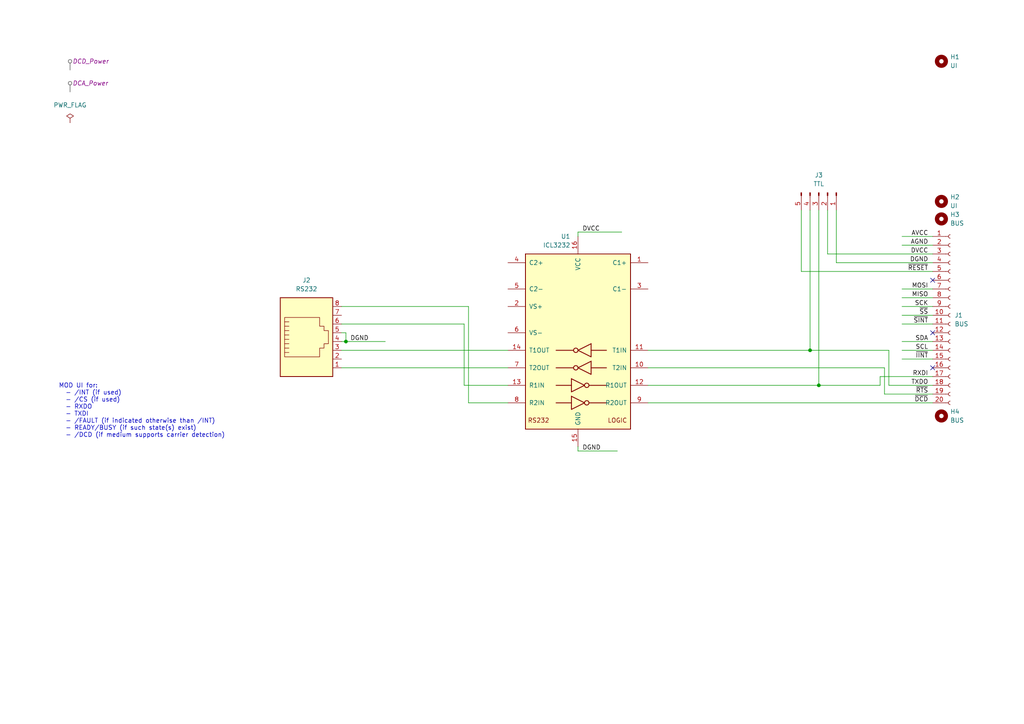
<source format=kicad_sch>
(kicad_sch (version 20231120) (generator "eeschema") (generator_version "8.0")
  (paper "A4")
  (lib_symbols
    (symbol "Connector:8P8C" (pin_names (offset 1.016))
      (property "Reference" "J" (at -5.08 13.97 0))
      (property "Value" "8P8C" (at 2.54 13.97 0))
      (symbol "8P8C_0_1"
        (polyline (pts (xy -5.08 4.445) (xy -6.35 4.445)))
        (polyline (pts (xy -5.08 5.715) (xy -6.35 5.715)))
        (polyline (pts (xy -6.35 -3.175) (xy -5.08 -3.175) (xy -5.08 -3.175)))
        (polyline (pts (xy -6.35 -1.905) (xy -5.08 -1.905) (xy -5.08 -1.905)))
        (polyline (pts (xy -6.35 -0.635) (xy -5.08 -0.635) (xy -5.08 -0.635)))
        (polyline (pts (xy -6.35 0.635) (xy -5.08 0.635) (xy -5.08 0.635)))
        (polyline (pts (xy -6.35 1.905) (xy -5.08 1.905) (xy -5.08 1.905)))
        (polyline (pts (xy -5.08 3.175) (xy -6.35 3.175) (xy -6.35 3.175)))
        (polyline (pts (xy -6.35 -4.445) (xy -6.35 6.985) (xy 3.81 6.985) (xy 3.81 4.445) (xy 5.08 4.445) (xy 5.08 3.175) (xy 6.35 3.175) (xy 6.35 -0.635) (xy 5.08 -0.635) (xy 5.08 -1.905) (xy 3.81 -1.905) (xy 3.81 -4.445) (xy -6.35 -4.445) (xy -6.35 -4.445)))
        (rectangle (start 7.62 12.7) (end -7.62 -10.16) (stroke (width 0.254)) (fill (type background)))
      )
      (symbol "8P8C_1_1"
        (pin passive line (at 10.16 -7.62 180) (length 2.54) (name "~") (number "1"))
        (pin passive line (at 10.16 -5.08 180) (length 2.54) (name "~") (number "2"))
        (pin passive line (at 10.16 -2.54 180) (length 2.54) (name "~") (number "3"))
        (pin passive line (at 10.16 0 180) (length 2.54) (name "~") (number "4"))
        (pin passive line (at 10.16 2.54 180) (length 2.54) (name "~") (number "5"))
        (pin passive line (at 10.16 5.08 180) (length 2.54) (name "~") (number "6"))
        (pin passive line (at 10.16 7.62 180) (length 2.54) (name "~") (number "7"))
        (pin passive line (at 10.16 10.16 180) (length 2.54) (name "~") (number "8"))
      )
    )
    (symbol "Connector:Conn_01x05_Pin" (pin_names (offset 1.016) hide)
      (property "Reference" "J" (at 0 7.62 0))
      (property "Value" "Conn_01x05_Pin" (at 0 -7.62 0))
      (symbol "Conn_01x05_Pin_1_1"
        (polyline (pts (xy 1.27 -5.08) (xy 0.8636 -5.08)) (stroke (width 0.1524)))
        (polyline (pts (xy 1.27 -2.54) (xy 0.8636 -2.54)) (stroke (width 0.1524)))
        (polyline (pts (xy 1.27 0) (xy 0.8636 0)) (stroke (width 0.1524)))
        (polyline (pts (xy 1.27 2.54) (xy 0.8636 2.54)) (stroke (width 0.1524)))
        (polyline (pts (xy 1.27 5.08) (xy 0.8636 5.08)) (stroke (width 0.1524)))
        (rectangle (start 0.8636 -4.953) (end 0 -5.207) (stroke (width 0.1524)) (fill (type outline)))
        (rectangle (start 0.8636 -2.413) (end 0 -2.667) (stroke (width 0.1524)) (fill (type outline)))
        (rectangle (start 0.8636 0.127) (end 0 -0.127) (stroke (width 0.1524)) (fill (type outline)))
        (rectangle (start 0.8636 2.667) (end 0 2.413) (stroke (width 0.1524)) (fill (type outline)))
        (rectangle (start 0.8636 5.207) (end 0 4.953) (stroke (width 0.1524)) (fill (type outline)))
        (pin passive line (at 5.08 5.08 180) (length 3.81) (name "Pin_1") (number "1"))
        (pin passive line (at 5.08 2.54 180) (length 3.81) (name "Pin_2") (number "2"))
        (pin passive line (at 5.08 0 180) (length 3.81) (name "Pin_3") (number "3"))
        (pin passive line (at 5.08 -2.54 180) (length 3.81) (name "Pin_4") (number "4"))
        (pin passive line (at 5.08 -5.08 180) (length 3.81) (name "Pin_5") (number "5"))
      )
    )
    (symbol "Connector:Conn_01x20_Socket" (pin_names (offset 1.016) hide)
      (property "Reference" "J" (at 0 25.4 0))
      (property "Value" "Conn_01x20_Socket" (at 0 -27.94 0))
      (symbol "Conn_01x20_Socket_1_1"
        (arc (start 0 -24.892) (mid -0.5058 -25.4) (end 0 -25.908) (stroke (width 0.1524)))
        (arc (start 0 -22.352) (mid -0.5058 -22.86) (end 0 -23.368) (stroke (width 0.1524)))
        (arc (start 0 -19.812) (mid -0.5058 -20.32) (end 0 -20.828) (stroke (width 0.1524)))
        (arc (start 0 -17.272) (mid -0.5058 -17.78) (end 0 -18.288) (stroke (width 0.1524)))
        (arc (start 0 -14.732) (mid -0.5058 -15.24) (end 0 -15.748) (stroke (width 0.1524)))
        (arc (start 0 -12.192) (mid -0.5058 -12.7) (end 0 -13.208) (stroke (width 0.1524)))
        (arc (start 0 -9.652) (mid -0.5058 -10.16) (end 0 -10.668) (stroke (width 0.1524)))
        (arc (start 0 -7.112) (mid -0.5058 -7.62) (end 0 -8.128) (stroke (width 0.1524)))
        (arc (start 0 -4.572) (mid -0.5058 -5.08) (end 0 -5.588) (stroke (width 0.1524)))
        (arc (start 0 -2.032) (mid -0.5058 -2.54) (end 0 -3.048) (stroke (width 0.1524)))
        (polyline (pts (xy -1.27 -25.4) (xy -0.508 -25.4)) (stroke (width 0.1524)))
        (polyline (pts (xy -1.27 -22.86) (xy -0.508 -22.86)) (stroke (width 0.1524)))
        (polyline (pts (xy -1.27 -20.32) (xy -0.508 -20.32)) (stroke (width 0.1524)))
        (polyline (pts (xy -1.27 -17.78) (xy -0.508 -17.78)) (stroke (width 0.1524)))
        (polyline (pts (xy -1.27 -15.24) (xy -0.508 -15.24)) (stroke (width 0.1524)))
        (polyline (pts (xy -1.27 -12.7) (xy -0.508 -12.7)) (stroke (width 0.1524)))
        (polyline (pts (xy -1.27 -10.16) (xy -0.508 -10.16)) (stroke (width 0.1524)))
        (polyline (pts (xy -1.27 -7.62) (xy -0.508 -7.62)) (stroke (width 0.1524)))
        (polyline (pts (xy -1.27 -5.08) (xy -0.508 -5.08)) (stroke (width 0.1524)))
        (polyline (pts (xy -1.27 -2.54) (xy -0.508 -2.54)) (stroke (width 0.1524)))
        (polyline (pts (xy -1.27 0) (xy -0.508 0)) (stroke (width 0.1524)))
        (polyline (pts (xy -1.27 2.54) (xy -0.508 2.54)) (stroke (width 0.1524)))
        (polyline (pts (xy -1.27 5.08) (xy -0.508 5.08)) (stroke (width 0.1524)))
        (polyline (pts (xy -1.27 7.62) (xy -0.508 7.62)) (stroke (width 0.1524)))
        (polyline (pts (xy -1.27 10.16) (xy -0.508 10.16)) (stroke (width 0.1524)))
        (polyline (pts (xy -1.27 12.7) (xy -0.508 12.7)) (stroke (width 0.1524)))
        (polyline (pts (xy -1.27 15.24) (xy -0.508 15.24)) (stroke (width 0.1524)))
        (polyline (pts (xy -1.27 17.78) (xy -0.508 17.78)) (stroke (width 0.1524)))
        (polyline (pts (xy -1.27 20.32) (xy -0.508 20.32)) (stroke (width 0.1524)))
        (polyline (pts (xy -1.27 22.86) (xy -0.508 22.86)) (stroke (width 0.1524)))
        (arc (start 0 0.508) (mid -0.5058 0) (end 0 -0.508) (stroke (width 0.1524)))
        (arc (start 0 3.048) (mid -0.5058 2.54) (end 0 2.032) (stroke (width 0.1524)))
        (arc (start 0 5.588) (mid -0.5058 5.08) (end 0 4.572) (stroke (width 0.1524)))
        (arc (start 0 8.128) (mid -0.5058 7.62) (end 0 7.112) (stroke (width 0.1524)))
        (arc (start 0 10.668) (mid -0.5058 10.16) (end 0 9.652) (stroke (width 0.1524)))
        (arc (start 0 13.208) (mid -0.5058 12.7) (end 0 12.192) (stroke (width 0.1524)))
        (arc (start 0 15.748) (mid -0.5058 15.24) (end 0 14.732) (stroke (width 0.1524)))
        (arc (start 0 18.288) (mid -0.5058 17.78) (end 0 17.272) (stroke (width 0.1524)))
        (arc (start 0 20.828) (mid -0.5058 20.32) (end 0 19.812) (stroke (width 0.1524)))
        (arc (start 0 23.368) (mid -0.5058 22.86) (end 0 22.352) (stroke (width 0.1524)))
        (pin passive line (at -5.08 22.86 0) (length 3.81) (name "Pin_1") (number "1"))
        (pin passive line (at -5.08 0 0) (length 3.81) (name "Pin_10") (number "10"))
        (pin passive line (at -5.08 -2.54 0) (length 3.81) (name "Pin_11") (number "11"))
        (pin passive line (at -5.08 -5.08 0) (length 3.81) (name "Pin_12") (number "12"))
        (pin passive line (at -5.08 -7.62 0) (length 3.81) (name "Pin_13") (number "13"))
        (pin passive line (at -5.08 -10.16 0) (length 3.81) (name "Pin_14") (number "14"))
        (pin passive line (at -5.08 -12.7 0) (length 3.81) (name "Pin_15") (number "15"))
        (pin passive line (at -5.08 -15.24 0) (length 3.81) (name "Pin_16") (number "16"))
        (pin passive line (at -5.08 -17.78 0) (length 3.81) (name "Pin_17") (number "17"))
        (pin passive line (at -5.08 -20.32 0) (length 3.81) (name "Pin_18") (number "18"))
        (pin passive line (at -5.08 -22.86 0) (length 3.81) (name "Pin_19") (number "19"))
        (pin passive line (at -5.08 20.32 0) (length 3.81) (name "Pin_2") (number "2"))
        (pin passive line (at -5.08 -25.4 0) (length 3.81) (name "Pin_20") (number "20"))
        (pin passive line (at -5.08 17.78 0) (length 3.81) (name "Pin_3") (number "3"))
        (pin passive line (at -5.08 15.24 0) (length 3.81) (name "Pin_4") (number "4"))
        (pin passive line (at -5.08 12.7 0) (length 3.81) (name "Pin_5") (number "5"))
        (pin passive line (at -5.08 10.16 0) (length 3.81) (name "Pin_6") (number "6"))
        (pin passive line (at -5.08 7.62 0) (length 3.81) (name "Pin_7") (number "7"))
        (pin passive line (at -5.08 5.08 0) (length 3.81) (name "Pin_8") (number "8"))
        (pin passive line (at -5.08 2.54 0) (length 3.81) (name "Pin_9") (number "9"))
      )
    )
    (symbol "Interface_UART:ICL3232" (pin_names (offset 1.016))
      (property "Reference" "U" (at -2.54 28.575 0))
      (property "Value" "ICL3232" (at -2.54 26.67 0))
      (symbol "ICL3232_0_0"
        (text "LOGIC" (at -11.43 -22.86 0) (effects (font (size 1.27 1.27))))
        (text "RS232" (at 11.43 -22.86 0) (effects (font (size 1.27 1.27))))
      )
      (symbol "ICL3232_0_1"
        (rectangle (start -15.24 -25.4) (end 15.24 25.4) (stroke (width 0.254)) (fill (type background)))
        (circle (center -2.54 -17.78) (radius 0.635) (stroke (width 0.254)))
        (circle (center -2.54 -12.7) (radius 0.635) (stroke (width 0.254)))
        (polyline (pts (xy -3.81 -7.62) (xy -8.255 -7.62)) (stroke (width 0.254)))
        (polyline (pts (xy -3.81 -2.54) (xy -8.255 -2.54)) (stroke (width 0.254)))
        (polyline (pts (xy -3.175 -17.78) (xy -8.255 -17.78)) (stroke (width 0.254)))
        (polyline (pts (xy -3.175 -12.7) (xy -8.255 -12.7)) (stroke (width 0.254)))
        (polyline (pts (xy 1.27 -7.62) (xy 6.35 -7.62)) (stroke (width 0.254)))
        (polyline (pts (xy 1.27 -2.54) (xy 6.35 -2.54)) (stroke (width 0.254)))
        (polyline (pts (xy 1.905 -17.78) (xy 6.35 -17.78)) (stroke (width 0.254)))
        (polyline (pts (xy 1.905 -12.7) (xy 6.35 -12.7)) (stroke (width 0.254)))
        (polyline (pts (xy -3.81 -5.715) (xy -3.81 -9.525) (xy 0 -7.62) (xy -3.81 -5.715)) (stroke (width 0.254)))
        (polyline (pts (xy -3.81 -0.635) (xy -3.81 -4.445) (xy 0 -2.54) (xy -3.81 -0.635)) (stroke (width 0.254)))
        (polyline (pts (xy 1.905 -15.875) (xy 1.905 -19.685) (xy -1.905 -17.78) (xy 1.905 -15.875)) (stroke (width 0.254)))
        (polyline (pts (xy 1.905 -10.795) (xy 1.905 -14.605) (xy -1.905 -12.7) (xy 1.905 -10.795)) (stroke (width 0.254)))
        (circle (center 0.635 -7.62) (radius 0.635) (stroke (width 0.254)))
        (circle (center 0.635 -2.54) (radius 0.635) (stroke (width 0.254)))
      )
      (symbol "ICL3232_1_1"
        (pin passive line (at -20.32 22.86 0) (length 5.08) (name "C1+") (number "1"))
        (pin input line (at -20.32 -7.62 0) (length 5.08) (name "T2IN") (number "10"))
        (pin input line (at -20.32 -2.54 0) (length 5.08) (name "T1IN") (number "11"))
        (pin output line (at -20.32 -12.7 0) (length 5.08) (name "R1OUT") (number "12"))
        (pin input line (at 20.32 -12.7 180) (length 5.08) (name "R1IN") (number "13"))
        (pin output line (at 20.32 -2.54 180) (length 5.08) (name "T1OUT") (number "14"))
        (pin power_in line (at 0 -30.48 90) (length 5.08) (name "GND") (number "15"))
        (pin power_in line (at 0 30.48 270) (length 5.08) (name "VCC") (number "16"))
        (pin power_out line (at 20.32 10.16 180) (length 5.08) (name "VS+") (number "2"))
        (pin passive line (at -20.32 15.24 0) (length 5.08) (name "C1-") (number "3"))
        (pin passive line (at 20.32 22.86 180) (length 5.08) (name "C2+") (number "4"))
        (pin passive line (at 20.32 15.24 180) (length 5.08) (name "C2-") (number "5"))
        (pin power_out line (at 20.32 2.54 180) (length 5.08) (name "VS-") (number "6"))
        (pin output line (at 20.32 -7.62 180) (length 5.08) (name "T2OUT") (number "7"))
        (pin input line (at 20.32 -17.78 180) (length 5.08) (name "R2IN") (number "8"))
        (pin output line (at -20.32 -17.78 0) (length 5.08) (name "R2OUT") (number "9"))
      )
    )
    (symbol "Mechanical:MountingHole" (pin_names (offset 1.016)) (exclude_from_sim yes) (in_bom no)
      (property "Reference" "H" (at 0 5.08 0))
      (property "Value" "MountingHole" (at 0 3.175 0))
      (symbol "MountingHole_0_1"
        (circle (center 0 0) (radius 1.27) (stroke (width 1.27)))
      )
    )
    (symbol "power:PWR_FLAG" (power) (pin_numbers hide) (pin_names (offset 0) hide)
      (property "Value" "PWR_FLAG" (at 0 3.81 0))
      (symbol "PWR_FLAG_0_0"
        (pin power_out line (at 0 0 90) (length 0) (name "~") (number "1"))
      )
      (symbol "PWR_FLAG_0_1"
        (polyline (pts (xy 0 0) (xy 0 1.27) (xy -1.016 1.905) (xy 0 2.54) (xy 1.016 1.905) (xy 0 1.27)))
      )
    )
  )
  (junction (at 234.95 101.6))
  (junction (at 237.49 111.76))
  (junction (at 100.33 99.06))
  (no_connect (at 270.51 96.52))
  (no_connect (at 270.51 81.28))
  (no_connect (at 270.51 106.68))
  (wire (pts (xy 135.89 88.9) (xy 135.89 116.84)))
  (wire (pts (xy 99.06 93.98) (xy 134.62 93.98)))
  (wire (pts (xy 255.27 111.76) (xy 255.27 109.22)))
  (wire (pts (xy 167.64 68.58) (xy 167.64 67.31)))
  (wire (pts (xy 167.64 67.31) (xy 180.34 67.31)))
  (wire (pts (xy 237.49 111.76) (xy 255.27 111.76)))
  (wire (pts (xy 242.57 76.2) (xy 270.51 76.2)))
  (wire (pts (xy 99.06 96.52) (xy 100.33 96.52)))
  (wire (pts (xy 257.81 101.6) (xy 257.81 111.76)))
  (wire (pts (xy 167.64 129.54) (xy 167.64 130.81)))
  (wire (pts (xy 261.62 88.9) (xy 270.51 88.9)))
  (wire (pts (xy 99.06 88.9) (xy 135.89 88.9)))
  (wire (pts (xy 234.95 60.96) (xy 234.95 101.6)))
  (wire (pts (xy 237.49 60.96) (xy 237.49 111.76)))
  (wire (pts (xy 240.03 60.96) (xy 240.03 73.66)))
  (wire (pts (xy 261.62 83.82) (xy 270.51 83.82)))
  (wire (pts (xy 187.96 116.84) (xy 270.51 116.84)))
  (wire (pts (xy 135.89 116.84) (xy 147.32 116.84)))
  (wire (pts (xy 99.06 106.68) (xy 147.32 106.68)))
  (wire (pts (xy 232.41 78.74) (xy 270.51 78.74)))
  (wire (pts (xy 257.81 111.76) (xy 270.51 111.76)))
  (wire (pts (xy 187.96 106.68) (xy 256.54 106.68)))
  (wire (pts (xy 242.57 60.96) (xy 242.57 76.2)))
  (wire (pts (xy 261.62 104.14) (xy 270.51 104.14)))
  (wire (pts (xy 240.03 73.66) (xy 270.51 73.66)))
  (wire (pts (xy 261.62 93.98) (xy 270.51 93.98)))
  (wire (pts (xy 261.62 91.44) (xy 270.51 91.44)))
  (wire (pts (xy 99.06 101.6) (xy 147.32 101.6)))
  (wire (pts (xy 134.62 93.98) (xy 134.62 111.76)))
  (wire (pts (xy 261.62 99.06) (xy 270.51 99.06)))
  (wire (pts (xy 187.96 111.76) (xy 237.49 111.76)))
  (wire (pts (xy 256.54 106.68) (xy 256.54 114.3)))
  (wire (pts (xy 134.62 111.76) (xy 147.32 111.76)))
  (wire (pts (xy 261.62 71.12) (xy 270.51 71.12)))
  (wire (pts (xy 255.27 109.22) (xy 270.51 109.22)))
  (wire (pts (xy 100.33 99.06) (xy 111.76 99.06)))
  (wire (pts (xy 100.33 96.52) (xy 100.33 99.06)))
  (wire (pts (xy 261.62 101.6) (xy 270.51 101.6)))
  (wire (pts (xy 261.62 68.58) (xy 270.51 68.58)))
  (wire (pts (xy 167.64 130.81) (xy 179.07 130.81)))
  (wire (pts (xy 256.54 114.3) (xy 270.51 114.3)))
  (wire (pts (xy 261.62 86.36) (xy 270.51 86.36)))
  (wire (pts (xy 187.96 101.6) (xy 234.95 101.6)))
  (wire (pts (xy 234.95 101.6) (xy 257.81 101.6)))
  (wire (pts (xy 100.33 99.06) (xy 99.06 99.06)))
  (wire (pts (xy 232.41 60.96) (xy 232.41 78.74)))
  (text "MOD UI for:\n  - /INT (if used)\n  - /CS (if used)\n  - RXDO\n  - TXDI\n  - /FAULT (if indicated otherwise than /INT)\n  - READY/BUSY (if such state(s) exist)\n  - /DCD (if medium supports carrier detection)" (at 17.018 119.126 0) (effects (font (size 1.27 1.27)) (justify left)))
  (label "DGND" (at 168.91 130.81 0))
  (label "RXDI" (at 269.24 109.22 180))
  (label "~{SS}" (at 269.24 91.44 180))
  (label "TXDO" (at 269.24 111.76 180))
  (label "MOSI" (at 269.24 83.82 180))
  (label "SDA" (at 269.24 99.06 180))
  (label "MISO" (at 269.24 86.36 180))
  (label "AGND" (at 269.24 71.12 180))
  (label "SCK" (at 269.24 88.9 180))
  (label "DVCC" (at 168.91 67.31 0))
  (label "~{RTS}" (at 269.24 114.3 180))
  (label "~{RESET}" (at 269.24 78.74 180))
  (label "DGND" (at 269.24 76.2 180))
  (label "SCL" (at 269.24 101.6 180))
  (label "AVCC" (at 269.24 68.58 180))
  (label "DGND" (at 101.6 99.06 0))
  (label "~{DCD}" (at 269.24 116.84 180))
  (label "~{SINT}" (at 269.24 93.98 180))
  (label "~{IINT}" (at 269.24 104.14 180))
  (label "DVCC" (at 269.24 73.66 180))
  (netclass_flag "" (length 2.54) (shape round) (at 20.32 20.32 0) (property "Netclass" "DCD_Power" (at 21.0185 17.78 0) (effects (font (italic yes)) (justify left))))
  (netclass_flag "" (length 2.54) (shape round) (at 20.32 26.67 0) (property "Netclass" "DCA_Power" (at 21.0185 24.13 0) (effects (font (italic yes)) (justify left))))
  (symbol (lib_id "Mechanical:MountingHole") (at 273.05 120.65 0) (unit 1) (exclude_from_sim yes) (in_bom no)
    (property "Reference" "H4" (at 275.59 119.3799 0) (effects (justify left)))
    (property "Value" "BUS" (at 275.59 121.9199 0) (effects (justify left)))
    (property "Footprint" "MountingHole:MountingHole_3.2mm_M3_ISO7380" (effects (hide yes)))
    (property "Description" "Mounting Hole without connection" (effects (hide yes)))
  )
  (symbol (lib_id "power:PWR_FLAG") (at 20.32 35.56 0) (unit 1)
    (property "Reference" "#FLG03" (effects (hide yes)))
    (property "Value" "PWR_FLAG" (at 20.32 30.48 0))
    (property "Description" "Special symbol for telling ERC where power comes from" (effects (hide yes)))
  )
  (symbol (lib_id "Mechanical:MountingHole") (at 273.05 58.42 0) (unit 1) (exclude_from_sim yes) (in_bom no)
    (property "Reference" "H2" (at 275.59 57.1499 0) (effects (justify left)))
    (property "Value" "UI" (at 275.59 59.6899 0) (effects (justify left)))
    (property "Footprint" "MountingHole:MountingHole_3.2mm_M3_ISO7380" (effects (hide yes)))
    (property "Description" "Mounting Hole without connection" (effects (hide yes)))
  )
  (symbol (lib_id "Interface_UART:ICL3232") (at 167.64 99.06 0) (mirror y) (unit 1)
    (property "Reference" "U1" (at 165.4459 68.58 0) (effects (justify left)))
    (property "Value" "ICL3232" (at 165.4459 71.12 0) (effects (justify left)))
    (property "Footprint" "Package_DIP:DIP-16_W7.62mm" (effects (hide yes)))
    (property "Datasheet" "http://www.intersil.com/content/dam/Intersil/documents/icl3/icl3221-22-23-32-41-43.pdf" (effects (hide yes)))
    (property "Description" "3.0V to 5.5V, Low-Power, up to 250kbps, True RS-232 Transceivers Using Four 0.1μF External Capacitors" (effects (hide yes)))
  )
  (symbol (lib_id "Connector:8P8C") (at 88.9 99.06 0) (unit 1)
    (property "Reference" "J2" (at 88.9 81.28 0))
    (property "Value" "RS232" (at 88.9 83.82 0))
    (property "Footprint" "Connector_RJ:RJ45_Amphenol_54602-x08_Horizontal" (effects (hide yes)))
    (property "Description" "RJ connector, 8P8C (8 positions 8 connected), RJ31/RJ32/RJ33/RJ34/RJ35/RJ41/RJ45/RJ49/RJ61" (effects (hide yes)))
  )
  (symbol (lib_id "Connector:Conn_01x05_Pin") (at 237.49 55.88 270) (unit 1)
    (property "Reference" "J3" (at 237.49 50.8 90))
    (property "Value" "TTL" (at 237.49 53.34 90))
    (property "Footprint" "Connector_PinHeader_2.54mm:PinHeader_1x05_P2.54mm_Horizontal" (effects (hide yes)))
    (property "Description" "Generic connector, single row, 01x05, script generated" (effects (hide yes)))
  )
  (symbol (lib_id "Mechanical:MountingHole") (at 273.05 17.78 0) (unit 1) (exclude_from_sim yes) (in_bom no)
    (property "Reference" "H1" (at 275.59 16.5099 0) (effects (justify left)))
    (property "Value" "UI" (at 275.59 19.0499 0) (effects (justify left)))
    (property "Footprint" "MountingHole:MountingHole_3.2mm_M3_ISO7380" (effects (hide yes)))
    (property "Description" "Mounting Hole without connection" (effects (hide yes)))
  )
  (symbol (lib_id "Mechanical:MountingHole") (at 273.05 63.5 0) (unit 1) (exclude_from_sim yes) (in_bom no)
    (property "Reference" "H3" (at 275.59 62.2299 0) (effects (justify left)))
    (property "Value" "BUS" (at 275.59 64.7699 0) (effects (justify left)))
    (property "Footprint" "MountingHole:MountingHole_3.2mm_M3_ISO7380" (effects (hide yes)))
    (property "Description" "Mounting Hole without connection" (effects (hide yes)))
  )
  (symbol (lib_id "Connector:Conn_01x20_Socket") (at 275.59 91.44 0) (unit 1)
    (property "Reference" "J1" (at 276.86 91.4399 0) (effects (justify left)))
    (property "Value" "BUS" (at 276.86 93.9799 0) (effects (justify left)))
    (property "Footprint" "Connector_PinSocket_2.54mm:PinSocket_2x10_P2.54mm_Vertical" (effects (hide yes)))
    (property "Description" "Generic connector, single row, 01x20, script generated" (effects (hide yes)))
  )
)
</source>
